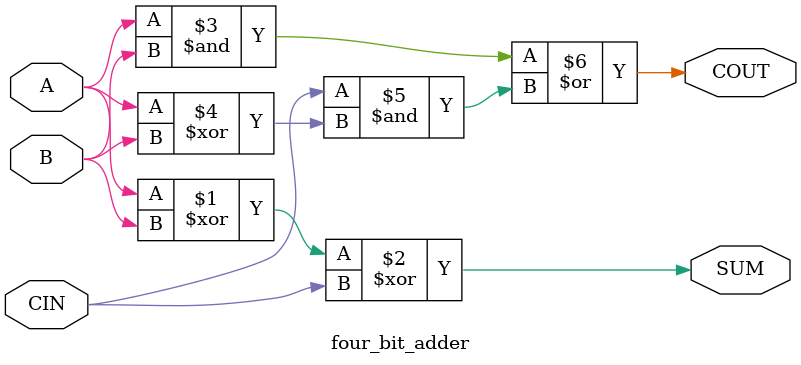
<source format=v>
`timescale 1ns / 1ps
module FourBitParallelAdder (
    input  [3:0] A,      // 4-bit input A
    input  [3:0] B,      // 4-bit input B
    input        Cin,    // Carry-in input
    output [3:0] Sum,    // 4-bit sum output
    output       Cout    // Carry-out output
);

    // Internal wires for carry between stages
    wire C1, C2, C3;

    // 1-bit full adders for each bit
    four_bit_adder FA0 (
        .A(A[0]),
        .B(B[0]),
        .CIN(Cin),
        .SUM(Sum[0]),
        .COUT(C1)
    );

    four_bit_adder FA1 (
        .A(A[1]),
        .B(B[1]),
        .CIN(C1),
        .SUM(Sum[1]),
        .COUT(C2)
    );

    four_bit_adder FA2 (
        .A(A[2]),
        .B(B[2]),
        .CIN(C2),
        .SUM(Sum[2]),
        .COUT(C3)
    );

    four_bit_adder FA3 (
        .A(A[3]),
        .B(B[3]),
        .CIN(C3),
        .SUM(Sum[3]),
        .COUT(Cout)
    );

endmodule

module four_bit_adder(
    input A,
    input B,
    input CIN,
    output SUM,
    output COUT
    );
    // Sum calculation
    assign SUM = A ^ B ^ CIN;

    // Carry-out calculation
    assign COUT = (A & B) | (CIN & (A ^ B));
   

endmodule

</source>
